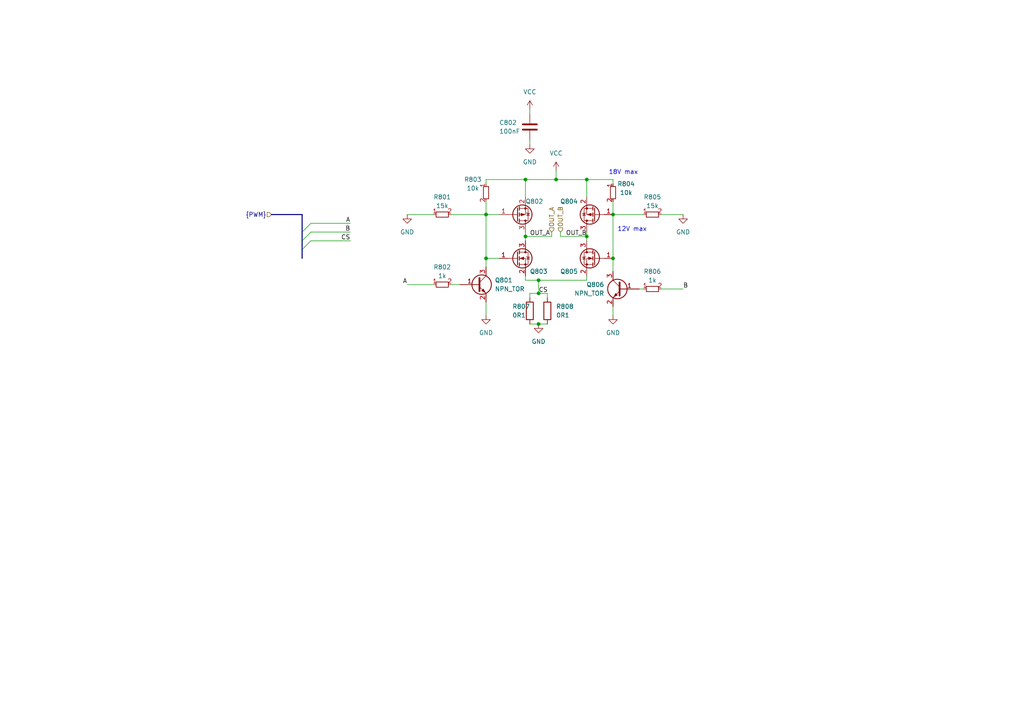
<source format=kicad_sch>
(kicad_sch (version 20230121) (generator eeschema)
  (paper "A4")
  (lib_symbols
    (symbol "Device:C" (pin_numbers hide) (pin_names (offset 0.254))
      (property "Reference" "C" (at 0.635 2.54 0))
      (property "Value" "C" (at 0.635 -2.54 0))
      (symbol "C_0_1"
        (polyline (pts (xy -2.032 -0.762) (xy 2.032 -0.762)) (stroke (width 0.508)))
        (polyline (pts (xy -2.032 0.762) (xy 2.032 0.762)) (stroke (width 0.508)))
      )
      (symbol "C_1_1"
        (pin passive line (at 0 3.81 270) (length 2.794) (name "~") (number "1"))
        (pin passive line (at 0 -3.81 90) (length 2.794) (name "~") (number "2"))
      )
    )
    (symbol "Transistor_FET:AO3400A" (pin_names hide)
      (property "Reference" "Q" (at 5.08 1.905 0))
      (property "Value" "AO3400A" (at 5.08 0 0))
      (symbol "AO3400A_0_1"
        (polyline (pts (xy 0.254 0) (xy -2.54 0)))
        (polyline (pts (xy 0.254 1.905) (xy 0.254 -1.905)) (stroke (width 0.254)))
        (polyline (pts (xy 0.762 -1.27) (xy 0.762 -2.286)) (stroke (width 0.254)))
        (polyline (pts (xy 0.762 0.508) (xy 0.762 -0.508)) (stroke (width 0.254)))
        (polyline (pts (xy 0.762 2.286) (xy 0.762 1.27)) (stroke (width 0.254)))
        (polyline (pts (xy 2.54 2.54) (xy 2.54 1.778)))
        (polyline (pts (xy 2.54 -2.54) (xy 2.54 0) (xy 0.762 0)))
        (polyline (pts (xy 0.762 -1.778) (xy 3.302 -1.778) (xy 3.302 1.778) (xy 0.762 1.778)))
        (polyline (pts (xy 1.016 0) (xy 2.032 0.381) (xy 2.032 -0.381) (xy 1.016 0)) (fill (type outline)))
        (polyline (pts (xy 2.794 0.508) (xy 2.921 0.381) (xy 3.683 0.381) (xy 3.81 0.254)))
        (polyline (pts (xy 3.302 0.381) (xy 2.921 -0.254) (xy 3.683 -0.254) (xy 3.302 0.381)))
        (circle (center 1.651 0) (radius 2.794) (stroke (width 0.254)))
        (circle (center 2.54 -1.778) (radius 0.254) (fill (type outline)))
        (circle (center 2.54 1.778) (radius 0.254) (fill (type outline)))
      )
      (symbol "AO3400A_1_1"
        (pin input line (at -5.08 0 0) (length 2.54) (name "G") (number "1"))
        (pin passive line (at 2.54 -5.08 90) (length 2.54) (name "S") (number "2"))
        (pin passive line (at 2.54 5.08 270) (length 2.54) (name "D") (number "3"))
      )
    )
    (symbol "Transistor_FET:AO3401A" (pin_names hide)
      (property "Reference" "Q" (at 5.08 1.905 0))
      (property "Value" "AO3401A" (at 5.08 0 0))
      (symbol "AO3401A_0_1"
        (polyline (pts (xy 0.254 0) (xy -2.54 0)))
        (polyline (pts (xy 0.254 1.905) (xy 0.254 -1.905)) (stroke (width 0.254)))
        (polyline (pts (xy 0.762 -1.27) (xy 0.762 -2.286)) (stroke (width 0.254)))
        (polyline (pts (xy 0.762 0.508) (xy 0.762 -0.508)) (stroke (width 0.254)))
        (polyline (pts (xy 0.762 2.286) (xy 0.762 1.27)) (stroke (width 0.254)))
        (polyline (pts (xy 2.54 2.54) (xy 2.54 1.778)))
        (polyline (pts (xy 2.54 -2.54) (xy 2.54 0) (xy 0.762 0)))
        (polyline (pts (xy 0.762 1.778) (xy 3.302 1.778) (xy 3.302 -1.778) (xy 0.762 -1.778)))
        (polyline (pts (xy 2.286 0) (xy 1.27 0.381) (xy 1.27 -0.381) (xy 2.286 0)) (fill (type outline)))
        (polyline (pts (xy 2.794 -0.508) (xy 2.921 -0.381) (xy 3.683 -0.381) (xy 3.81 -0.254)))
        (polyline (pts (xy 3.302 -0.381) (xy 2.921 0.254) (xy 3.683 0.254) (xy 3.302 -0.381)))
        (circle (center 1.651 0) (radius 2.794) (stroke (width 0.254)))
        (circle (center 2.54 -1.778) (radius 0.254) (fill (type outline)))
        (circle (center 2.54 1.778) (radius 0.254) (fill (type outline)))
      )
      (symbol "AO3401A_1_1"
        (pin input line (at -5.08 0 0) (length 2.54) (name "G") (number "1"))
        (pin passive line (at 2.54 -5.08 90) (length 2.54) (name "S") (number "2"))
        (pin passive line (at 2.54 5.08 270) (length 2.54) (name "D") (number "3"))
      )
    )
    (symbol "custom_kicad_lib_sk:NPN_TOR" (pin_names (offset 0) hide)
      (property "Reference" "Q" (at 5.08 1.905 0))
      (property "Value" "NPN_TOR" (at 5.08 0 0))
      (symbol "NPN_TOR_0_1"
        (polyline (pts (xy 0.635 0.635) (xy 2.54 2.54)))
        (polyline (pts (xy 0.635 -0.635) (xy 2.54 -2.54) (xy 2.54 -2.54)))
        (polyline (pts (xy 0.635 1.905) (xy 0.635 -1.905) (xy 0.635 -1.905)) (stroke (width 0.508)))
        (polyline (pts (xy 1.27 -1.778) (xy 1.778 -1.27) (xy 2.286 -2.286) (xy 1.27 -1.778) (xy 1.27 -1.778)) (fill (type outline)))
        (circle (center 1.27 0) (radius 2.8194) (stroke (width 0.254)))
      )
      (symbol "NPN_TOR_1_1"
        (pin input line (at -5.08 0 0) (length 5.715) (name "B") (number "1"))
        (pin passive line (at 2.54 -5.08 90) (length 2.54) (name "E") (number "2"))
        (pin passive line (at 2.54 5.08 270) (length 2.54) (name "C") (number "3"))
      )
    )
    (symbol "power:GND" (power) (pin_names (offset 0))
      (property "Value" "GND" (at 0 -3.81 0))
      (symbol "GND_0_1"
        (polyline (pts (xy 0 0) (xy 0 -1.27) (xy 1.27 -1.27) (xy 0 -2.54) (xy -1.27 -1.27) (xy 0 -1.27)))
      )
      (symbol "GND_1_1"
        (pin power_in line (at 0 0 270) (length 0) hide (name "GND") (number "1"))
      )
    )
    (symbol "power:VCC" (power) (pin_names (offset 0))
      (property "Value" "VCC" (at 0 3.81 0))
      (symbol "VCC_0_1"
        (polyline (pts (xy -0.762 1.27) (xy 0 2.54)))
        (polyline (pts (xy 0 0) (xy 0 2.54)))
        (polyline (pts (xy 0 2.54) (xy 0.762 1.27)))
      )
      (symbol "VCC_1_1"
        (pin power_in line (at 0 0 90) (length 0) hide (name "VCC") (number "1"))
      )
    )
    (symbol "resistors_0603:R_10k_0603"
      (property "Reference" "R" (at 1.27 2.54 0))
      (property "Value" "10k" (at 2.54 -2.54 0))
      (symbol "R_10k_0603_0_1"
        (rectangle (start -0.762 1.778) (end 0.762 -1.778) (stroke (width 0.2032)))
      )
      (symbol "R_10k_0603_1_1"
        (pin passive line (at 0 2.54 270) (length 0.762) (name "~") (number "1"))
        (pin passive line (at 0 -2.54 90) (length 0.762) (name "~") (number "2"))
      )
    )
    (symbol "resistors_0603:R_15k_0603"
      (property "Reference" "R" (at 1.27 2.54 0))
      (property "Value" "15k" (at 2.54 -2.54 0))
      (symbol "R_15k_0603_0_1"
        (rectangle (start -0.762 1.778) (end 0.762 -1.778) (stroke (width 0.2032)))
      )
      (symbol "R_15k_0603_1_1"
        (pin passive line (at 0 2.54 270) (length 0.762) (name "~") (number "1"))
        (pin passive line (at 0 -2.54 90) (length 0.762) (name "~") (number "2"))
      )
    )
    (symbol "resistors_0603:R_1k_0603"
      (property "Reference" "R" (at 1.27 2.54 0))
      (property "Value" "1k" (at 2.54 -2.54 0))
      (symbol "R_1k_0603_0_1"
        (rectangle (start -0.762 1.778) (end 0.762 -1.778) (stroke (width 0.2032)))
      )
      (symbol "R_1k_0603_1_1"
        (pin passive line (at 0 2.54 270) (length 0.762) (name "~") (number "1"))
        (pin passive line (at 0 -2.54 90) (length 0.762) (name "~") (number "2"))
      )
    )
    (symbol "resistors_1206:R_0R1_1206" (pin_numbers hide) (pin_names (offset 0))
      (property "Reference" "R?" (at 1.778 1.2121 0))
      (property "Value" "0R1" (at 1.778 -1.2121 0))
      (symbol "R_0R1_1206_0_1"
        (rectangle (start -1.016 -2.54) (end 1.016 2.54) (stroke (width 0.254)))
      )
      (symbol "R_0R1_1206_1_1"
        (pin passive line (at 0 3.81 270) (length 1.27) (name "~") (number "1"))
        (pin passive line (at 0 -3.81 90) (length 1.27) (name "~") (number "2"))
      )
    )
  )
  (junction (at 152.4 68.58))
  (junction (at 152.4 52.07))
  (junction (at 156.21 81.28))
  (junction (at 156.21 93.98))
  (junction (at 177.8 62.23))
  (junction (at 177.8 74.93))
  (junction (at 170.18 52.07))
  (junction (at 140.97 62.23))
  (junction (at 170.18 68.58))
  (junction (at 156.21 85.09))
  (junction (at 161.29 52.07))
  (junction (at 140.97 74.93))
  (bus_entry (at 87.63 67.31) (size 2.54 -2.54))
  (bus_entry (at 87.63 69.85) (size 2.54 -2.54))
  (bus_entry (at 87.63 72.39) (size 2.54 -2.54))
  (wire (pts (xy 153.67 31.75) (xy 153.67 33.02)))
  (wire (pts (xy 162.56 68.58) (xy 170.18 68.58)))
  (wire (pts (xy 191.77 62.23) (xy 198.12 62.23)))
  (bus (pts (xy 78.74 62.23) (xy 87.63 62.23)))
  (wire (pts (xy 90.17 64.77) (xy 101.6 64.77)))
  (wire (pts (xy 170.18 68.58) (xy 170.18 69.85)))
  (wire (pts (xy 152.4 67.31) (xy 152.4 68.58)))
  (wire (pts (xy 153.67 85.09) (xy 153.67 86.36)))
  (wire (pts (xy 156.21 93.98) (xy 158.75 93.98)))
  (wire (pts (xy 90.17 69.85) (xy 101.6 69.85)))
  (wire (pts (xy 170.18 57.15) (xy 170.18 52.07)))
  (wire (pts (xy 162.56 68.58) (xy 162.56 67.31)))
  (wire (pts (xy 152.4 68.58) (xy 160.02 68.58)))
  (wire (pts (xy 177.8 58.42) (xy 177.8 62.23)))
  (wire (pts (xy 140.97 62.23) (xy 130.81 62.23)))
  (wire (pts (xy 160.02 67.31) (xy 160.02 68.58)))
  (wire (pts (xy 140.97 53.34) (xy 140.97 52.07)))
  (wire (pts (xy 191.77 83.82) (xy 198.12 83.82)))
  (wire (pts (xy 144.78 74.93) (xy 140.97 74.93)))
  (wire (pts (xy 161.29 52.07) (xy 152.4 52.07)))
  (wire (pts (xy 140.97 58.42) (xy 140.97 62.23)))
  (wire (pts (xy 130.81 82.55) (xy 133.35 82.55)))
  (wire (pts (xy 156.21 85.09) (xy 153.67 85.09)))
  (bus (pts (xy 87.63 69.85) (xy 87.63 67.31)))
  (wire (pts (xy 152.4 52.07) (xy 152.4 57.15)))
  (wire (pts (xy 125.73 62.23) (xy 118.11 62.23)))
  (wire (pts (xy 177.8 74.93) (xy 177.8 78.74)))
  (wire (pts (xy 185.42 83.82) (xy 186.69 83.82)))
  (wire (pts (xy 156.21 85.09) (xy 158.75 85.09)))
  (bus (pts (xy 87.63 74.93) (xy 87.63 72.39)))
  (wire (pts (xy 140.97 77.47) (xy 140.97 74.93)))
  (wire (pts (xy 140.97 62.23) (xy 144.78 62.23)))
  (wire (pts (xy 161.29 49.53) (xy 161.29 52.07)))
  (wire (pts (xy 177.8 62.23) (xy 186.69 62.23)))
  (wire (pts (xy 140.97 87.63) (xy 140.97 91.44)))
  (wire (pts (xy 177.8 53.34) (xy 177.8 52.07)))
  (wire (pts (xy 153.67 93.98) (xy 156.21 93.98)))
  (wire (pts (xy 170.18 52.07) (xy 161.29 52.07)))
  (wire (pts (xy 152.4 81.28) (xy 156.21 81.28)))
  (wire (pts (xy 170.18 52.07) (xy 177.8 52.07)))
  (bus (pts (xy 87.63 67.31) (xy 87.63 62.23)))
  (wire (pts (xy 158.75 85.09) (xy 158.75 86.36)))
  (wire (pts (xy 177.8 62.23) (xy 177.8 74.93)))
  (wire (pts (xy 152.4 81.28) (xy 152.4 80.01)))
  (wire (pts (xy 170.18 81.28) (xy 170.18 80.01)))
  (wire (pts (xy 118.11 82.55) (xy 125.73 82.55)))
  (wire (pts (xy 153.67 41.91) (xy 153.67 40.64)))
  (wire (pts (xy 170.18 67.31) (xy 170.18 68.58)))
  (wire (pts (xy 156.21 81.28) (xy 156.21 85.09)))
  (wire (pts (xy 90.17 67.31) (xy 101.6 67.31)))
  (wire (pts (xy 140.97 74.93) (xy 140.97 62.23)))
  (wire (pts (xy 152.4 68.58) (xy 152.4 69.85)))
  (wire (pts (xy 177.8 88.9) (xy 177.8 91.44)))
  (wire (pts (xy 156.21 81.28) (xy 170.18 81.28)))
  (wire (pts (xy 140.97 52.07) (xy 152.4 52.07)))
  (bus (pts (xy 87.63 72.39) (xy 87.63 69.85)))
  (text "12V max" (at 179.07 67.31 0) (effects (font (size 1.27 1.27)) (justify left bottom)))
  (text "18V max" (at 176.53 50.8 0) (effects (font (size 1.27 1.27)) (justify left bottom)))
  (label "CS" (at 156.21 85.09 0))
  (label "A" (at 118.11 82.55 180))
  (label "B" (at 101.6 67.31 180))
  (label "CS" (at 101.6 69.85 180))
  (label "A" (at 101.6 64.77 180))
  (label "B" (at 198.12 83.82 0))
  (label "OUT_B" (at 170.18 68.58 180))
  (label "OUT_A" (at 153.67 68.58 0))
  (hierarchical_label "OUT_B" (shape input) (at 162.56 67.31 90))
  (hierarchical_label "OUT_A" (shape input) (at 160.02 67.31 90))
  (hierarchical_label "{PWM}" (shape input) (at 78.74 62.23 180))
  (symbol (lib_id "Device:C") (at 153.67 36.83 180) (unit 1)
    (property "Reference" "C501" (at 144.78 35.5631 0) (effects (justify right)))
    (property "Value" "100nF" (at 144.78 38.1 0) (effects (justify right)))
    (property "Footprint" "Capacitor_SMD:C_0603_1608Metric_Pad1.08x0.95mm_HandSolder" (effects hide))
    (property "JLCPCB Part#" "C14663" (effects hide))
    (instances (project "relayTrackerController" (path "" (reference "C802") (unit 1))) (project "Hbridge" (path "" (reference "C501") (unit 1))) (project "pwmController" (path "" (reference "C501") (unit 1))) (project "booster" (path "" (reference "C501") (unit 1))))
  )
  (symbol (lib_id "custom_kicad_lib_sk:NPN_TOR") (at 180.34 83.82 0) (mirror y) (unit 1)
    (property "Reference" "Q506" (at 175.26 82.55 0) (effects (justify left)))
    (property "Value" "NPN_TOR" (at 175.26 85.09 0) (effects (justify left)))
    (property "Footprint" "Package_TO_SOT_SMD:SOT-23" (effects hide))
    (property "JLCPCB Part#" "C2145" (effects hide))
    (instances (project "relayTrackerController" (path "" (reference "Q806") (unit 1))) (project "pwmController" (path "" (reference "Q506") (unit 1))))
  )
  (symbol (lib_id "power:GND") (at 140.97 91.44 0) (unit 1)
    (property "Reference" "#PWR0807" (effects hide))
    (property "Value" "GND" (at 140.97 96.52 0))
  )
  (symbol (lib_id "resistors_0603:R_15k_0603") (at 128.27 62.23 90) (unit 1)
    (property "Reference" "R301" (at 128.27 57.15 90))
    (property "Value" "15k" (at 128.27 59.69 90))
    (property "Footprint" "custom_kicad_lib_sk:R_0603_smalltext" (effects hide))
    (property "JLCPCB Part#" "C22809" (effects hide))
    (instances (project "relayTrackerController" (path "" (reference "R801") (unit 1))) (project "pwmController" (path "" (reference "R301") (unit 1))))
  )
  (symbol (lib_id "Transistor_FET:AO3400A") (at 172.72 74.93 0) (mirror y) (unit 1)
    (property "Reference" "Q505" (at 167.64 78.74 0) (effects (justify left)))
    (property "Value" "N-channel" (effects hide))
    (property "Footprint" "Package_TO_SOT_SMD:SOT-23" (effects hide))
    (property "Datasheet" "http://www.aosmd.com/pdfs/datasheet/AO3400A.pdf" (effects hide))
    (property "JLCPCB Part#" "C20917" (effects hide))
    (instances (project "relayTrackerController" (path "" (reference "Q805") (unit 1))) (project "Hbridge" (path "" (reference "Q505") (unit 1))) (project "pwmController" (path "" (reference "Q505") (unit 1))) (project "booster" (path "" (reference "Q404") (unit 1))))
  )
  (symbol (lib_id "custom_kicad_lib_sk:NPN_TOR") (at 138.43 82.55 0) (unit 1)
    (property "Reference" "Q501" (at 143.51 81.28 0) (effects (justify left)))
    (property "Value" "NPN_TOR" (at 143.51 83.82 0) (effects (justify left)))
    (property "Footprint" "Package_TO_SOT_SMD:SOT-23" (effects hide))
    (property "JLCPCB Part#" "C2145" (effects hide))
    (instances (project "relayTrackerController" (path "" (reference "Q801") (unit 1))) (project "pwmController" (path "" (reference "Q501") (unit 1))))
  )
  (symbol (lib_id "resistors_0603:R_10k_0603") (at 140.97 55.88 0) (unit 1)
    (property "Reference" "R502" (at 137.16 52.07 0))
    (property "Value" "10k" (at 137.16 54.61 0))
    (property "Footprint" "custom_kicad_lib_sk:R_0603_smalltext" (effects hide))
    (property "JLCPCB Part#" "C25804" (effects hide))
    (instances (project "relayTrackerController" (path "" (reference "R803") (unit 1))) (project "Hbridge" (path "" (reference "R502") (unit 1))) (project "pwmController" (path "" (reference "R502") (unit 1))) (project "booster" (path "" (reference "R403") (unit 1))))
  )
  (symbol (lib_id "power:GND") (at 177.8 91.44 0) (unit 1)
    (property "Reference" "#PWR0811" (effects hide))
    (property "Value" "GND" (at 177.8 96.52 0))
  )
  (symbol (lib_id "Transistor_FET:AO3400A") (at 149.86 74.93 0) (unit 1)
    (property "Reference" "Q503" (at 153.67 78.74 0) (effects (justify left)))
    (property "Value" "N-channel" (effects hide))
    (property "Footprint" "Package_TO_SOT_SMD:SOT-23" (effects hide))
    (property "Datasheet" "http://www.aosmd.com/pdfs/datasheet/AO3400A.pdf" (effects hide))
    (property "JLCPCB Part#" "C20917" (effects hide))
    (instances (project "relayTrackerController" (path "" (reference "Q803") (unit 1))) (project "Hbridge" (path "" (reference "Q503") (unit 1))) (project "pwmController" (path "" (reference "Q503") (unit 1))) (project "booster" (path "" (reference "Q402") (unit 1))))
  )
  (symbol (lib_id "power:VCC") (at 161.29 49.53 0) (unit 1)
    (property "Reference" "#PWR0810" (effects hide))
    (property "Value" "VCC" (at 161.29 44.45 0))
  )
  (symbol (lib_id "resistors_0603:R_10k_0603") (at 177.8 55.88 0) (unit 1)
    (property "Reference" "R503" (at 181.61 53.34 0))
    (property "Value" "10k" (at 181.61 55.88 0))
    (property "Footprint" "custom_kicad_lib_sk:R_0603_smalltext" (effects hide))
    (property "JLCPCB Part#" "C25804" (effects hide))
    (instances (project "relayTrackerController" (path "" (reference "R804") (unit 1))) (project "Hbridge" (path "" (reference "R503") (unit 1))) (project "pwmController" (path "" (reference "R503") (unit 1))) (project "booster" (path "" (reference "R402") (unit 1))))
  )
  (symbol (lib_id "resistors_1206:R_0R1_1206") (at 158.75 90.17 0) (unit 1)
    (property "Reference" "R808" (at 161.29 88.9 0) (effects (justify left)))
    (property "Value" "0R1" (at 161.29 91.44 0) (effects (justify left)))
    (property "Footprint" "Resistor_SMD:R_1206_3216Metric" (effects hide))
    (property "JLCPCB Part#" "C25334" (effects hide))
  )
  (symbol (lib_id "resistors_0603:R_1k_0603") (at 128.27 82.55 90) (unit 1)
    (property "Reference" "R501" (at 128.27 77.47 90))
    (property "Value" "1k" (at 128.27 80.01 90))
    (property "Footprint" "custom_kicad_lib_sk:R_0603_smalltext" (effects hide))
    (property "JLCPCB Part#" "C21190" (effects hide))
    (instances (project "relayTrackerController" (path "" (reference "R802") (unit 1))) (project "Hbridge" (path "" (reference "R501") (unit 1))) (project "pwmController" (path "" (reference "R501") (unit 1))))
  )
  (symbol (lib_id "power:GND") (at 156.21 93.98 0) (unit 1)
    (property "Reference" "#PWR0801" (effects hide))
    (property "Value" "GND" (at 156.21 99.06 0))
  )
  (symbol (lib_id "resistors_1206:R_0R1_1206") (at 153.67 90.17 0) (unit 1)
    (property "Reference" "R807" (at 148.59 88.9 0) (effects (justify left)))
    (property "Value" "0R1" (at 148.59 91.44 0) (effects (justify left)))
    (property "Footprint" "Resistor_SMD:R_1206_3216Metric" (effects hide))
    (property "JLCPCB Part#" "C25334" (effects hide))
  )
  (symbol (lib_id "Transistor_FET:AO3401A") (at 149.86 62.23 0) (mirror x) (unit 1)
    (property "Reference" "Q502" (at 152.4 58.42 0) (effects (justify left)))
    (property "Value" "P-channel" (effects hide))
    (property "Footprint" "Package_TO_SOT_SMD:SOT-23" (effects hide))
    (property "Datasheet" "http://www.aosmd.com/pdfs/datasheet/AO3401A.pdf" (effects hide))
    (property "JLCPCB Part#" "C15127" (effects hide))
    (instances (project "relayTrackerController" (path "" (reference "Q802") (unit 1))) (project "Hbridge" (path "" (reference "Q502") (unit 1))) (project "pwmController" (path "" (reference "Q502") (unit 1))) (project "booster" (path "" (reference "Q401") (unit 1))))
  )
  (symbol (lib_id "power:GND") (at 153.67 41.91 0) (unit 1)
    (property "Reference" "#PWR0809" (effects hide))
    (property "Value" "GND" (at 153.67 46.99 0))
  )
  (symbol (lib_id "power:GND") (at 118.11 62.23 0) (unit 1)
    (property "Reference" "#PWR0806" (effects hide))
    (property "Value" "GND" (at 118.11 67.31 0))
  )
  (symbol (lib_id "power:GND") (at 198.12 62.23 0) (unit 1)
    (property "Reference" "#PWR0812" (effects hide))
    (property "Value" "GND" (at 198.12 67.31 0))
  )
  (symbol (lib_id "Transistor_FET:AO3401A") (at 172.72 62.23 180) (unit 1)
    (property "Reference" "Q504" (at 167.64 58.42 0) (effects (justify left)))
    (property "Value" "P-channel" (effects hide))
    (property "Footprint" "Package_TO_SOT_SMD:SOT-23" (effects hide))
    (property "Datasheet" "http://www.aosmd.com/pdfs/datasheet/AO3401A.pdf" (effects hide))
    (property "JLCPCB Part#" "C15127" (effects hide))
    (instances (project "relayTrackerController" (path "" (reference "Q804") (unit 1))) (project "Hbridge" (path "" (reference "Q504") (unit 1))) (project "pwmController" (path "" (reference "Q504") (unit 1))) (project "booster" (path "" (reference "Q403") (unit 1))))
  )
  (symbol (lib_id "resistors_0603:R_1k_0603") (at 189.23 83.82 90) (unit 1)
    (property "Reference" "R504" (at 189.23 78.74 90))
    (property "Value" "1k" (at 189.23 81.28 90))
    (property "Footprint" "custom_kicad_lib_sk:R_0603_smalltext" (effects hide))
    (property "JLCPCB Part#" "C21190" (effects hide))
    (instances (project "relayTrackerController" (path "" (reference "R806") (unit 1))) (project "Hbridge" (path "" (reference "R504") (unit 1))) (project "pwmController" (path "" (reference "R504") (unit 1))))
  )
  (symbol (lib_id "power:VCC") (at 153.67 31.75 0) (unit 1)
    (property "Reference" "#PWR0808" (effects hide))
    (property "Value" "VCC" (at 153.67 26.67 0))
  )
  (symbol (lib_id "resistors_0603:R_15k_0603") (at 189.23 62.23 90) (unit 1)
    (property "Reference" "R302" (at 189.23 57.15 90))
    (property "Value" "15k" (at 189.23 59.69 90))
    (property "Footprint" "custom_kicad_lib_sk:R_0603_smalltext" (effects hide))
    (property "JLCPCB Part#" "C22809" (effects hide))
    (instances (project "relayTrackerController" (path "" (reference "R805") (unit 1))) (project "pwmController" (path "" (reference "R302") (unit 1))))
  )
)
</source>
